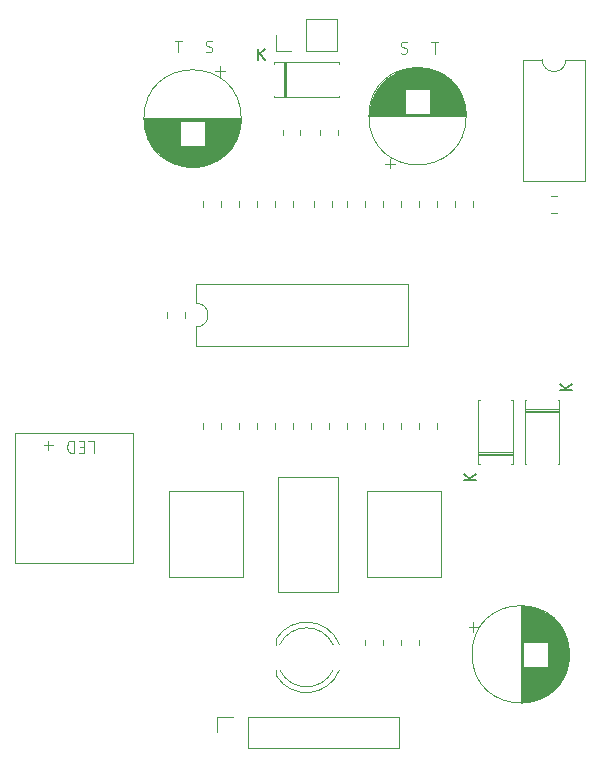
<source format=gbr>
%TF.GenerationSoftware,KiCad,Pcbnew,8.0.0*%
%TF.CreationDate,2025-03-01T13:37:18-05:00*%
%TF.ProjectId,compulator,636f6d70-756c-4617-946f-722e6b696361,rev?*%
%TF.SameCoordinates,Original*%
%TF.FileFunction,Legend,Top*%
%TF.FilePolarity,Positive*%
%FSLAX46Y46*%
G04 Gerber Fmt 4.6, Leading zero omitted, Abs format (unit mm)*
G04 Created by KiCad (PCBNEW 8.0.0) date 2025-03-01 13:37:18*
%MOMM*%
%LPD*%
G01*
G04 APERTURE LIST*
%ADD10C,0.100000*%
%ADD11C,0.150000*%
%ADD12C,0.120000*%
G04 APERTURE END LIST*
D10*
X181559925Y-94695580D02*
X182036115Y-94695580D01*
X182036115Y-94695580D02*
X182036115Y-95695580D01*
X181226591Y-95219390D02*
X180893258Y-95219390D01*
X180750401Y-94695580D02*
X181226591Y-94695580D01*
X181226591Y-94695580D02*
X181226591Y-95695580D01*
X181226591Y-95695580D02*
X180750401Y-95695580D01*
X180321829Y-94695580D02*
X180321829Y-95695580D01*
X180321829Y-95695580D02*
X180083734Y-95695580D01*
X180083734Y-95695580D02*
X179940877Y-95647961D01*
X179940877Y-95647961D02*
X179845639Y-95552723D01*
X179845639Y-95552723D02*
X179798020Y-95457485D01*
X179798020Y-95457485D02*
X179750401Y-95267009D01*
X179750401Y-95267009D02*
X179750401Y-95124152D01*
X179750401Y-95124152D02*
X179798020Y-94933676D01*
X179798020Y-94933676D02*
X179845639Y-94838438D01*
X179845639Y-94838438D02*
X179940877Y-94743200D01*
X179940877Y-94743200D02*
X180083734Y-94695580D01*
X180083734Y-94695580D02*
X180321829Y-94695580D01*
X178559924Y-95076533D02*
X177798020Y-95076533D01*
X178178972Y-94695580D02*
X178178972Y-95457485D01*
X188891027Y-60812419D02*
X189462455Y-60812419D01*
X189176741Y-61812419D02*
X189176741Y-60812419D01*
X191486265Y-61764800D02*
X191629122Y-61812419D01*
X191629122Y-61812419D02*
X191867217Y-61812419D01*
X191867217Y-61812419D02*
X191962455Y-61764800D01*
X191962455Y-61764800D02*
X192010074Y-61717180D01*
X192010074Y-61717180D02*
X192057693Y-61621942D01*
X192057693Y-61621942D02*
X192057693Y-61526704D01*
X192057693Y-61526704D02*
X192010074Y-61431466D01*
X192010074Y-61431466D02*
X191962455Y-61383847D01*
X191962455Y-61383847D02*
X191867217Y-61336228D01*
X191867217Y-61336228D02*
X191676741Y-61288609D01*
X191676741Y-61288609D02*
X191581503Y-61240990D01*
X191581503Y-61240990D02*
X191533884Y-61193371D01*
X191533884Y-61193371D02*
X191486265Y-61098133D01*
X191486265Y-61098133D02*
X191486265Y-61002895D01*
X191486265Y-61002895D02*
X191533884Y-60907657D01*
X191533884Y-60907657D02*
X191581503Y-60860038D01*
X191581503Y-60860038D02*
X191676741Y-60812419D01*
X191676741Y-60812419D02*
X191914836Y-60812419D01*
X191914836Y-60812419D02*
X192057693Y-60860038D01*
X210599122Y-60911418D02*
X211170550Y-60911418D01*
X210884836Y-61911418D02*
X210884836Y-60911418D01*
X208003884Y-61863799D02*
X208146741Y-61911418D01*
X208146741Y-61911418D02*
X208384836Y-61911418D01*
X208384836Y-61911418D02*
X208480074Y-61863799D01*
X208480074Y-61863799D02*
X208527693Y-61816179D01*
X208527693Y-61816179D02*
X208575312Y-61720941D01*
X208575312Y-61720941D02*
X208575312Y-61625703D01*
X208575312Y-61625703D02*
X208527693Y-61530465D01*
X208527693Y-61530465D02*
X208480074Y-61482846D01*
X208480074Y-61482846D02*
X208384836Y-61435227D01*
X208384836Y-61435227D02*
X208194360Y-61387608D01*
X208194360Y-61387608D02*
X208099122Y-61339989D01*
X208099122Y-61339989D02*
X208051503Y-61292370D01*
X208051503Y-61292370D02*
X208003884Y-61197132D01*
X208003884Y-61197132D02*
X208003884Y-61101894D01*
X208003884Y-61101894D02*
X208051503Y-61006656D01*
X208051503Y-61006656D02*
X208099122Y-60959037D01*
X208099122Y-60959037D02*
X208194360Y-60911418D01*
X208194360Y-60911418D02*
X208432455Y-60911418D01*
X208432455Y-60911418D02*
X208575312Y-60959037D01*
D11*
X214378819Y-98051904D02*
X213378819Y-98051904D01*
X214378819Y-97480476D02*
X213807390Y-97909047D01*
X213378819Y-97480476D02*
X213950247Y-98051904D01*
X222518819Y-90431904D02*
X221518819Y-90431904D01*
X222518819Y-89860476D02*
X221947390Y-90289047D01*
X221518819Y-89860476D02*
X222090247Y-90431904D01*
X195953095Y-62489819D02*
X195953095Y-61489819D01*
X196524523Y-62489819D02*
X196095952Y-61918390D01*
X196524523Y-61489819D02*
X195953095Y-62061247D01*
D12*
%TO.C,C6*%
X205160000Y-98976000D02*
X211400000Y-98976000D01*
X211400000Y-106216000D02*
X211400000Y-98976000D01*
X205160000Y-106216000D02*
X205160000Y-98976000D01*
X205160000Y-106216000D02*
X211400000Y-106216000D01*
%TO.C,U4*%
X190694000Y-83054000D02*
G75*
G02*
X190694000Y-85054000I0J-1000000D01*
G01*
X208594000Y-81404000D02*
X190694000Y-81404000D01*
X190694000Y-81404000D02*
X190694000Y-83054000D01*
X190694000Y-85054000D02*
X190694000Y-86704000D01*
X208594000Y-86704000D02*
X208594000Y-81404000D01*
X190694000Y-86704000D02*
X208594000Y-86704000D01*
%TO.C,U1*%
X221990000Y-62434000D02*
G75*
G02*
X219990000Y-62434000I-1000000J0D01*
G01*
X223640000Y-72714000D02*
X223640000Y-62434000D01*
X223640000Y-62434000D02*
X221990000Y-62434000D01*
X219990000Y-62434000D02*
X218340000Y-62434000D01*
X218340000Y-72714000D02*
X223640000Y-72714000D01*
X218340000Y-62434000D02*
X218340000Y-72714000D01*
%TO.C,R19*%
X195807000Y-74883064D02*
X195807000Y-74428936D01*
X194337000Y-74883064D02*
X194337000Y-74428936D01*
%TO.C,R18*%
X192759000Y-74883064D02*
X192759000Y-74428936D01*
X191289000Y-74883064D02*
X191289000Y-74428936D01*
%TO.C,R17*%
X203481000Y-74428936D02*
X203481000Y-74883064D01*
X204951000Y-74428936D02*
X204951000Y-74883064D01*
%TO.C,R16*%
X214095000Y-74883064D02*
X214095000Y-74428936D01*
X212625000Y-74883064D02*
X212625000Y-74428936D01*
%TO.C,R15*%
X209577000Y-74428936D02*
X209577000Y-74883064D01*
X211047000Y-74428936D02*
X211047000Y-74883064D01*
%TO.C,R14*%
X207999000Y-74883064D02*
X207999000Y-74428936D01*
X206529000Y-74883064D02*
X206529000Y-74428936D01*
%TO.C,R13*%
X198855000Y-74883064D02*
X198855000Y-74428936D01*
X197385000Y-74883064D02*
X197385000Y-74428936D01*
%TO.C,R12*%
X202157000Y-74883064D02*
X202157000Y-74428936D01*
X200687000Y-74883064D02*
X200687000Y-74428936D01*
%TO.C,R11*%
X206529000Y-93224936D02*
X206529000Y-93679064D01*
X207999000Y-93224936D02*
X207999000Y-93679064D01*
%TO.C,R10*%
X211047000Y-93679064D02*
X211047000Y-93224936D01*
X209577000Y-93679064D02*
X209577000Y-93224936D01*
%TO.C,R9*%
X203481000Y-93224936D02*
X203481000Y-93679064D01*
X204951000Y-93224936D02*
X204951000Y-93679064D01*
%TO.C,R8*%
X201903000Y-93679064D02*
X201903000Y-93224936D01*
X200433000Y-93679064D02*
X200433000Y-93224936D01*
%TO.C,R7*%
X198855000Y-93679064D02*
X198855000Y-93224936D01*
X197385000Y-93679064D02*
X197385000Y-93224936D01*
%TO.C,R6*%
X191289000Y-93224936D02*
X191289000Y-93679064D01*
X192759000Y-93224936D02*
X192759000Y-93679064D01*
%TO.C,R5*%
X194337000Y-93224936D02*
X194337000Y-93679064D01*
X195807000Y-93224936D02*
X195807000Y-93679064D01*
%TO.C,R4*%
X206475000Y-111987064D02*
X206475000Y-111532936D01*
X205005000Y-111987064D02*
X205005000Y-111532936D01*
%TO.C,R3*%
X202665000Y-68807064D02*
X202665000Y-68352936D01*
X201195000Y-68807064D02*
X201195000Y-68352936D01*
%TO.C,R2*%
X198020000Y-68352936D02*
X198020000Y-68807064D01*
X199490000Y-68352936D02*
X199490000Y-68807064D01*
%TO.C,R1*%
X208053000Y-111532936D02*
X208053000Y-111987064D01*
X209523000Y-111532936D02*
X209523000Y-111987064D01*
%TO.C,P1*%
X202682000Y-107501000D02*
X197612000Y-107501000D01*
X197612000Y-97731000D02*
X197612000Y-107501000D01*
X202682000Y-97731000D02*
X202682000Y-107501000D01*
X202682000Y-97731000D02*
X197612000Y-97731000D01*
%TO.C,LDR1*%
D10*
X185340000Y-105068000D02*
X175340000Y-105068000D01*
X175340000Y-94068000D01*
X185340000Y-94068000D01*
X185340000Y-105068000D01*
D12*
%TO.C,J4*%
X195072000Y-118050000D02*
X207832000Y-118050000D01*
X192472000Y-118050000D02*
X193802000Y-118050000D01*
X192472000Y-119380000D02*
X192472000Y-118050000D01*
X207832000Y-120710000D02*
X207832000Y-118050000D01*
X195072000Y-120710000D02*
X195072000Y-118050000D01*
X195072000Y-120710000D02*
X207832000Y-120710000D01*
%TO.C,J1*%
X200020000Y-59000000D02*
X202620000Y-59000000D01*
X202620000Y-61660000D02*
X202620000Y-59000000D01*
X200020000Y-61660000D02*
X200020000Y-59000000D01*
X200020000Y-61660000D02*
X202620000Y-61660000D01*
X198750000Y-61660000D02*
X197420000Y-61660000D01*
X197420000Y-61660000D02*
X197420000Y-60330000D01*
%TO.C,D4*%
X217494000Y-91260000D02*
X217364000Y-91260000D01*
X214554000Y-91260000D02*
X214684000Y-91260000D01*
X214554000Y-95680000D02*
X217494000Y-95680000D01*
X214554000Y-95800000D02*
X217494000Y-95800000D01*
X214554000Y-95920000D02*
X217494000Y-95920000D01*
X217494000Y-96700000D02*
X217494000Y-91260000D01*
X217364000Y-96700000D02*
X217494000Y-96700000D01*
X214684000Y-96700000D02*
X214554000Y-96700000D01*
X214554000Y-96700000D02*
X214554000Y-91260000D01*
%TO.C,D3*%
X218494000Y-96700000D02*
X218624000Y-96700000D01*
X221434000Y-96700000D02*
X221304000Y-96700000D01*
X221434000Y-92280000D02*
X218494000Y-92280000D01*
X221434000Y-92160000D02*
X218494000Y-92160000D01*
X221434000Y-92040000D02*
X218494000Y-92040000D01*
X218494000Y-91260000D02*
X218494000Y-96700000D01*
X218624000Y-91260000D02*
X218494000Y-91260000D01*
X221304000Y-91260000D02*
X221434000Y-91260000D01*
X221434000Y-91260000D02*
X221434000Y-96700000D01*
%TO.C,D2*%
X202812814Y-114110827D02*
G75*
G02*
X197465001Y-114574830I-2787814J1080827D01*
G01*
X202279479Y-114110429D02*
G75*
G02*
X197770316Y-114110000I-2254479J1080429D01*
G01*
X197770317Y-111950000D02*
G75*
G02*
X202279478Y-111949572I2254683J-1080000D01*
G01*
X197465001Y-111485170D02*
G75*
G02*
X202812814Y-111949173I2559999J-1544830D01*
G01*
X197465000Y-114110000D02*
X197465000Y-114575000D01*
X197465000Y-111485000D02*
X197465000Y-111950000D01*
%TO.C,D1*%
X202745000Y-65605000D02*
X202745000Y-65475000D01*
X202745000Y-62665000D02*
X202745000Y-62795000D01*
X198325000Y-62665000D02*
X198325000Y-65605000D01*
X198205000Y-62665000D02*
X198205000Y-65605000D01*
X198085000Y-62665000D02*
X198085000Y-65605000D01*
X197305000Y-65605000D02*
X202745000Y-65605000D01*
X197305000Y-65475000D02*
X197305000Y-65605000D01*
X197305000Y-62795000D02*
X197305000Y-62665000D01*
X197305000Y-62665000D02*
X202745000Y-62665000D01*
%TO.C,C8*%
X220718748Y-75411000D02*
X221241252Y-75411000D01*
X220718748Y-73941000D02*
X221241252Y-73941000D01*
%TO.C,C7*%
X188241000Y-83792748D02*
X188241000Y-84315252D01*
X189711000Y-83792748D02*
X189711000Y-84315252D01*
%TO.C,C5*%
X188396000Y-98976000D02*
X194636000Y-98976000D01*
X194636000Y-106216000D02*
X194636000Y-98976000D01*
X188396000Y-106216000D02*
X188396000Y-98976000D01*
X188396000Y-106216000D02*
X194636000Y-106216000D01*
%TO.C,C4*%
X213552700Y-67212700D02*
G75*
G02*
X205312700Y-67212700I-4120000J0D01*
G01*
X205312700Y-67212700D02*
G75*
G02*
X213552700Y-67212700I4120000J0D01*
G01*
X208899700Y-63131700D02*
X209965700Y-63131700D01*
X208664700Y-63171700D02*
X210200700Y-63171700D01*
X208484700Y-63211700D02*
X210380700Y-63211700D01*
X208334700Y-63251700D02*
X210530700Y-63251700D01*
X208203700Y-63291700D02*
X210661700Y-63291700D01*
X208086700Y-63331700D02*
X210778700Y-63331700D01*
X207979700Y-63371700D02*
X210885700Y-63371700D01*
X207880700Y-63411700D02*
X210984700Y-63411700D01*
X207787700Y-63451700D02*
X211077700Y-63451700D01*
X207701700Y-63491700D02*
X211163700Y-63491700D01*
X207619700Y-63531700D02*
X211245700Y-63531700D01*
X207542700Y-63571700D02*
X211322700Y-63571700D01*
X207468700Y-63611700D02*
X211396700Y-63611700D01*
X207398700Y-63651700D02*
X211466700Y-63651700D01*
X207330700Y-63691700D02*
X211534700Y-63691700D01*
X207266700Y-63731700D02*
X211598700Y-63731700D01*
X207204700Y-63771700D02*
X211660700Y-63771700D01*
X207145700Y-63811700D02*
X211719700Y-63811700D01*
X207087700Y-63851700D02*
X211777700Y-63851700D01*
X207032700Y-63891700D02*
X211832700Y-63891700D01*
X206978700Y-63931700D02*
X211886700Y-63931700D01*
X206927700Y-63971700D02*
X211937700Y-63971700D01*
X206876700Y-64011700D02*
X211988700Y-64011700D01*
X206828700Y-64051700D02*
X212036700Y-64051700D01*
X206781700Y-64091700D02*
X212083700Y-64091700D01*
X206735700Y-64131700D02*
X212129700Y-64131700D01*
X206691700Y-64171700D02*
X212173700Y-64171700D01*
X206648700Y-64211700D02*
X212216700Y-64211700D01*
X206606700Y-64251700D02*
X212258700Y-64251700D01*
X206565700Y-64291700D02*
X212299700Y-64291700D01*
X206525700Y-64331700D02*
X212339700Y-64331700D01*
X206487700Y-64371700D02*
X212377700Y-64371700D01*
X206449700Y-64411700D02*
X212415700Y-64411700D01*
X206413700Y-64451700D02*
X212451700Y-64451700D01*
X206377700Y-64491700D02*
X212487700Y-64491700D01*
X206342700Y-64531700D02*
X212522700Y-64531700D01*
X206308700Y-64571700D02*
X212556700Y-64571700D01*
X206276700Y-64611700D02*
X212588700Y-64611700D01*
X206243700Y-64651700D02*
X212621700Y-64651700D01*
X206212700Y-64691700D02*
X212652700Y-64691700D01*
X206182700Y-64731700D02*
X212682700Y-64731700D01*
X206152700Y-64771700D02*
X212712700Y-64771700D01*
X206123700Y-64811700D02*
X212741700Y-64811700D01*
X206094700Y-64851700D02*
X212770700Y-64851700D01*
X206067700Y-64891700D02*
X212797700Y-64891700D01*
X210472700Y-64931700D02*
X212824700Y-64931700D01*
X206040700Y-64931700D02*
X208392700Y-64931700D01*
X210472700Y-64971700D02*
X212850700Y-64971700D01*
X206014700Y-64971700D02*
X208392700Y-64971700D01*
X210472700Y-65011700D02*
X212876700Y-65011700D01*
X205988700Y-65011700D02*
X208392700Y-65011700D01*
X210472700Y-65051700D02*
X212901700Y-65051700D01*
X205963700Y-65051700D02*
X208392700Y-65051700D01*
X210472700Y-65091700D02*
X212925700Y-65091700D01*
X205939700Y-65091700D02*
X208392700Y-65091700D01*
X210472700Y-65131700D02*
X212949700Y-65131700D01*
X205915700Y-65131700D02*
X208392700Y-65131700D01*
X210472700Y-65171700D02*
X212972700Y-65171700D01*
X205892700Y-65171700D02*
X208392700Y-65171700D01*
X210472700Y-65211700D02*
X212994700Y-65211700D01*
X205870700Y-65211700D02*
X208392700Y-65211700D01*
X210472700Y-65251700D02*
X213016700Y-65251700D01*
X205848700Y-65251700D02*
X208392700Y-65251700D01*
X210472700Y-65291700D02*
X213038700Y-65291700D01*
X205826700Y-65291700D02*
X208392700Y-65291700D01*
X210472700Y-65331700D02*
X213059700Y-65331700D01*
X205805700Y-65331700D02*
X208392700Y-65331700D01*
X210472700Y-65371700D02*
X213079700Y-65371700D01*
X205785700Y-65371700D02*
X208392700Y-65371700D01*
X210472700Y-65411700D02*
X213098700Y-65411700D01*
X205766700Y-65411700D02*
X208392700Y-65411700D01*
X210472700Y-65451700D02*
X213118700Y-65451700D01*
X205746700Y-65451700D02*
X208392700Y-65451700D01*
X210472700Y-65491700D02*
X213136700Y-65491700D01*
X205728700Y-65491700D02*
X208392700Y-65491700D01*
X210472700Y-65531700D02*
X213154700Y-65531700D01*
X205710700Y-65531700D02*
X208392700Y-65531700D01*
X210472700Y-65571700D02*
X213172700Y-65571700D01*
X205692700Y-65571700D02*
X208392700Y-65571700D01*
X210472700Y-65611700D02*
X213189700Y-65611700D01*
X205675700Y-65611700D02*
X208392700Y-65611700D01*
X210472700Y-65651700D02*
X213206700Y-65651700D01*
X205658700Y-65651700D02*
X208392700Y-65651700D01*
X210472700Y-65691700D02*
X213222700Y-65691700D01*
X205642700Y-65691700D02*
X208392700Y-65691700D01*
X210472700Y-65731700D02*
X213237700Y-65731700D01*
X205627700Y-65731700D02*
X208392700Y-65731700D01*
X210472700Y-65771700D02*
X213253700Y-65771700D01*
X205611700Y-65771700D02*
X208392700Y-65771700D01*
X210472700Y-65811700D02*
X213267700Y-65811700D01*
X205597700Y-65811700D02*
X208392700Y-65811700D01*
X210472700Y-65851700D02*
X213282700Y-65851700D01*
X205582700Y-65851700D02*
X208392700Y-65851700D01*
X210472700Y-65891700D02*
X213295700Y-65891700D01*
X205569700Y-65891700D02*
X208392700Y-65891700D01*
X210472700Y-65931700D02*
X213309700Y-65931700D01*
X205555700Y-65931700D02*
X208392700Y-65931700D01*
X210472700Y-65971700D02*
X213321700Y-65971700D01*
X205543700Y-65971700D02*
X208392700Y-65971700D01*
X210472700Y-66011700D02*
X213334700Y-66011700D01*
X205530700Y-66011700D02*
X208392700Y-66011700D01*
X210472700Y-66051700D02*
X213346700Y-66051700D01*
X205518700Y-66051700D02*
X208392700Y-66051700D01*
X210472700Y-66091700D02*
X213357700Y-66091700D01*
X205507700Y-66091700D02*
X208392700Y-66091700D01*
X210472700Y-66131700D02*
X213368700Y-66131700D01*
X205496700Y-66131700D02*
X208392700Y-66131700D01*
X210472700Y-66171700D02*
X213379700Y-66171700D01*
X205485700Y-66171700D02*
X208392700Y-66171700D01*
X210472700Y-66211700D02*
X213389700Y-66211700D01*
X205475700Y-66211700D02*
X208392700Y-66211700D01*
X210472700Y-66251700D02*
X213399700Y-66251700D01*
X205465700Y-66251700D02*
X208392700Y-66251700D01*
X210472700Y-66291700D02*
X213408700Y-66291700D01*
X205456700Y-66291700D02*
X208392700Y-66291700D01*
X210472700Y-66331700D02*
X213417700Y-66331700D01*
X205447700Y-66331700D02*
X208392700Y-66331700D01*
X210472700Y-66371700D02*
X213426700Y-66371700D01*
X205438700Y-66371700D02*
X208392700Y-66371700D01*
X210472700Y-66411700D02*
X213434700Y-66411700D01*
X205430700Y-66411700D02*
X208392700Y-66411700D01*
X210472700Y-66451700D02*
X213442700Y-66451700D01*
X205422700Y-66451700D02*
X208392700Y-66451700D01*
X210472700Y-66491700D02*
X213449700Y-66491700D01*
X205415700Y-66491700D02*
X208392700Y-66491700D01*
X210472700Y-66532700D02*
X213456700Y-66532700D01*
X205408700Y-66532700D02*
X208392700Y-66532700D01*
X210472700Y-66572700D02*
X213462700Y-66572700D01*
X205402700Y-66572700D02*
X208392700Y-66572700D01*
X210472700Y-66612700D02*
X213469700Y-66612700D01*
X205395700Y-66612700D02*
X208392700Y-66612700D01*
X210472700Y-66652700D02*
X213474700Y-66652700D01*
X205390700Y-66652700D02*
X208392700Y-66652700D01*
X210472700Y-66692700D02*
X213480700Y-66692700D01*
X205384700Y-66692700D02*
X208392700Y-66692700D01*
X210472700Y-66732700D02*
X213484700Y-66732700D01*
X205380700Y-66732700D02*
X208392700Y-66732700D01*
X210472700Y-66772700D02*
X213489700Y-66772700D01*
X205375700Y-66772700D02*
X208392700Y-66772700D01*
X210472700Y-66812700D02*
X213493700Y-66812700D01*
X205371700Y-66812700D02*
X208392700Y-66812700D01*
X210472700Y-66852700D02*
X213497700Y-66852700D01*
X205367700Y-66852700D02*
X208392700Y-66852700D01*
X210472700Y-66892700D02*
X213500700Y-66892700D01*
X205364700Y-66892700D02*
X208392700Y-66892700D01*
X210472700Y-66932700D02*
X213503700Y-66932700D01*
X205361700Y-66932700D02*
X208392700Y-66932700D01*
X210472700Y-66972700D02*
X213506700Y-66972700D01*
X205358700Y-66972700D02*
X208392700Y-66972700D01*
X205356700Y-67012700D02*
X213508700Y-67012700D01*
X205355700Y-67052700D02*
X213509700Y-67052700D01*
X205353700Y-67092700D02*
X213511700Y-67092700D01*
X205352700Y-67132700D02*
X213512700Y-67132700D01*
X205352700Y-67172700D02*
X213512700Y-67172700D01*
X205352700Y-67212700D02*
X213512700Y-67212700D01*
X206717700Y-71222398D02*
X207517700Y-71222398D01*
X207117700Y-71622398D02*
X207117700Y-70822398D01*
%TO.C,C3*%
X194502700Y-67407300D02*
G75*
G02*
X186262700Y-67407300I-4120000J0D01*
G01*
X186262700Y-67407300D02*
G75*
G02*
X194502700Y-67407300I4120000J0D01*
G01*
X190915700Y-71488300D02*
X189849700Y-71488300D01*
X191150700Y-71448300D02*
X189614700Y-71448300D01*
X191330700Y-71408300D02*
X189434700Y-71408300D01*
X191480700Y-71368300D02*
X189284700Y-71368300D01*
X191611700Y-71328300D02*
X189153700Y-71328300D01*
X191728700Y-71288300D02*
X189036700Y-71288300D01*
X191835700Y-71248300D02*
X188929700Y-71248300D01*
X191934700Y-71208300D02*
X188830700Y-71208300D01*
X192027700Y-71168300D02*
X188737700Y-71168300D01*
X192113700Y-71128300D02*
X188651700Y-71128300D01*
X192195700Y-71088300D02*
X188569700Y-71088300D01*
X192272700Y-71048300D02*
X188492700Y-71048300D01*
X192346700Y-71008300D02*
X188418700Y-71008300D01*
X192416700Y-70968300D02*
X188348700Y-70968300D01*
X192484700Y-70928300D02*
X188280700Y-70928300D01*
X192548700Y-70888300D02*
X188216700Y-70888300D01*
X192610700Y-70848300D02*
X188154700Y-70848300D01*
X192669700Y-70808300D02*
X188095700Y-70808300D01*
X192727700Y-70768300D02*
X188037700Y-70768300D01*
X192782700Y-70728300D02*
X187982700Y-70728300D01*
X192836700Y-70688300D02*
X187928700Y-70688300D01*
X192887700Y-70648300D02*
X187877700Y-70648300D01*
X192938700Y-70608300D02*
X187826700Y-70608300D01*
X192986700Y-70568300D02*
X187778700Y-70568300D01*
X193033700Y-70528300D02*
X187731700Y-70528300D01*
X193079700Y-70488300D02*
X187685700Y-70488300D01*
X193123700Y-70448300D02*
X187641700Y-70448300D01*
X193166700Y-70408300D02*
X187598700Y-70408300D01*
X193208700Y-70368300D02*
X187556700Y-70368300D01*
X193249700Y-70328300D02*
X187515700Y-70328300D01*
X193289700Y-70288300D02*
X187475700Y-70288300D01*
X193327700Y-70248300D02*
X187437700Y-70248300D01*
X193365700Y-70208300D02*
X187399700Y-70208300D01*
X193401700Y-70168300D02*
X187363700Y-70168300D01*
X193437700Y-70128300D02*
X187327700Y-70128300D01*
X193472700Y-70088300D02*
X187292700Y-70088300D01*
X193506700Y-70048300D02*
X187258700Y-70048300D01*
X193538700Y-70008300D02*
X187226700Y-70008300D01*
X193571700Y-69968300D02*
X187193700Y-69968300D01*
X193602700Y-69928300D02*
X187162700Y-69928300D01*
X193632700Y-69888300D02*
X187132700Y-69888300D01*
X193662700Y-69848300D02*
X187102700Y-69848300D01*
X193691700Y-69808300D02*
X187073700Y-69808300D01*
X193720700Y-69768300D02*
X187044700Y-69768300D01*
X193747700Y-69728300D02*
X187017700Y-69728300D01*
X189342700Y-69688300D02*
X186990700Y-69688300D01*
X193774700Y-69688300D02*
X191422700Y-69688300D01*
X189342700Y-69648300D02*
X186964700Y-69648300D01*
X193800700Y-69648300D02*
X191422700Y-69648300D01*
X189342700Y-69608300D02*
X186938700Y-69608300D01*
X193826700Y-69608300D02*
X191422700Y-69608300D01*
X189342700Y-69568300D02*
X186913700Y-69568300D01*
X193851700Y-69568300D02*
X191422700Y-69568300D01*
X189342700Y-69528300D02*
X186889700Y-69528300D01*
X193875700Y-69528300D02*
X191422700Y-69528300D01*
X189342700Y-69488300D02*
X186865700Y-69488300D01*
X193899700Y-69488300D02*
X191422700Y-69488300D01*
X189342700Y-69448300D02*
X186842700Y-69448300D01*
X193922700Y-69448300D02*
X191422700Y-69448300D01*
X189342700Y-69408300D02*
X186820700Y-69408300D01*
X193944700Y-69408300D02*
X191422700Y-69408300D01*
X189342700Y-69368300D02*
X186798700Y-69368300D01*
X193966700Y-69368300D02*
X191422700Y-69368300D01*
X189342700Y-69328300D02*
X186776700Y-69328300D01*
X193988700Y-69328300D02*
X191422700Y-69328300D01*
X189342700Y-69288300D02*
X186755700Y-69288300D01*
X194009700Y-69288300D02*
X191422700Y-69288300D01*
X189342700Y-69248300D02*
X186735700Y-69248300D01*
X194029700Y-69248300D02*
X191422700Y-69248300D01*
X189342700Y-69208300D02*
X186716700Y-69208300D01*
X194048700Y-69208300D02*
X191422700Y-69208300D01*
X189342700Y-69168300D02*
X186696700Y-69168300D01*
X194068700Y-69168300D02*
X191422700Y-69168300D01*
X189342700Y-69128300D02*
X186678700Y-69128300D01*
X194086700Y-69128300D02*
X191422700Y-69128300D01*
X189342700Y-69088300D02*
X186660700Y-69088300D01*
X194104700Y-69088300D02*
X191422700Y-69088300D01*
X189342700Y-69048300D02*
X186642700Y-69048300D01*
X194122700Y-69048300D02*
X191422700Y-69048300D01*
X189342700Y-69008300D02*
X186625700Y-69008300D01*
X194139700Y-69008300D02*
X191422700Y-69008300D01*
X189342700Y-68968300D02*
X186608700Y-68968300D01*
X194156700Y-68968300D02*
X191422700Y-68968300D01*
X189342700Y-68928300D02*
X186592700Y-68928300D01*
X194172700Y-68928300D02*
X191422700Y-68928300D01*
X189342700Y-68888300D02*
X186577700Y-68888300D01*
X194187700Y-68888300D02*
X191422700Y-68888300D01*
X189342700Y-68848300D02*
X186561700Y-68848300D01*
X194203700Y-68848300D02*
X191422700Y-68848300D01*
X189342700Y-68808300D02*
X186547700Y-68808300D01*
X194217700Y-68808300D02*
X191422700Y-68808300D01*
X189342700Y-68768300D02*
X186532700Y-68768300D01*
X194232700Y-68768300D02*
X191422700Y-68768300D01*
X189342700Y-68728300D02*
X186519700Y-68728300D01*
X194245700Y-68728300D02*
X191422700Y-68728300D01*
X189342700Y-68688300D02*
X186505700Y-68688300D01*
X194259700Y-68688300D02*
X191422700Y-68688300D01*
X189342700Y-68648300D02*
X186493700Y-68648300D01*
X194271700Y-68648300D02*
X191422700Y-68648300D01*
X189342700Y-68608300D02*
X186480700Y-68608300D01*
X194284700Y-68608300D02*
X191422700Y-68608300D01*
X189342700Y-68568300D02*
X186468700Y-68568300D01*
X194296700Y-68568300D02*
X191422700Y-68568300D01*
X189342700Y-68528300D02*
X186457700Y-68528300D01*
X194307700Y-68528300D02*
X191422700Y-68528300D01*
X189342700Y-68488300D02*
X186446700Y-68488300D01*
X194318700Y-68488300D02*
X191422700Y-68488300D01*
X189342700Y-68448300D02*
X186435700Y-68448300D01*
X194329700Y-68448300D02*
X191422700Y-68448300D01*
X189342700Y-68408300D02*
X186425700Y-68408300D01*
X194339700Y-68408300D02*
X191422700Y-68408300D01*
X189342700Y-68368300D02*
X186415700Y-68368300D01*
X194349700Y-68368300D02*
X191422700Y-68368300D01*
X189342700Y-68328300D02*
X186406700Y-68328300D01*
X194358700Y-68328300D02*
X191422700Y-68328300D01*
X189342700Y-68288300D02*
X186397700Y-68288300D01*
X194367700Y-68288300D02*
X191422700Y-68288300D01*
X189342700Y-68248300D02*
X186388700Y-68248300D01*
X194376700Y-68248300D02*
X191422700Y-68248300D01*
X189342700Y-68208300D02*
X186380700Y-68208300D01*
X194384700Y-68208300D02*
X191422700Y-68208300D01*
X189342700Y-68168300D02*
X186372700Y-68168300D01*
X194392700Y-68168300D02*
X191422700Y-68168300D01*
X189342700Y-68128300D02*
X186365700Y-68128300D01*
X194399700Y-68128300D02*
X191422700Y-68128300D01*
X189342700Y-68087300D02*
X186358700Y-68087300D01*
X194406700Y-68087300D02*
X191422700Y-68087300D01*
X189342700Y-68047300D02*
X186352700Y-68047300D01*
X194412700Y-68047300D02*
X191422700Y-68047300D01*
X189342700Y-68007300D02*
X186345700Y-68007300D01*
X194419700Y-68007300D02*
X191422700Y-68007300D01*
X189342700Y-67967300D02*
X186340700Y-67967300D01*
X194424700Y-67967300D02*
X191422700Y-67967300D01*
X189342700Y-67927300D02*
X186334700Y-67927300D01*
X194430700Y-67927300D02*
X191422700Y-67927300D01*
X189342700Y-67887300D02*
X186330700Y-67887300D01*
X194434700Y-67887300D02*
X191422700Y-67887300D01*
X189342700Y-67847300D02*
X186325700Y-67847300D01*
X194439700Y-67847300D02*
X191422700Y-67847300D01*
X189342700Y-67807300D02*
X186321700Y-67807300D01*
X194443700Y-67807300D02*
X191422700Y-67807300D01*
X189342700Y-67767300D02*
X186317700Y-67767300D01*
X194447700Y-67767300D02*
X191422700Y-67767300D01*
X189342700Y-67727300D02*
X186314700Y-67727300D01*
X194450700Y-67727300D02*
X191422700Y-67727300D01*
X189342700Y-67687300D02*
X186311700Y-67687300D01*
X194453700Y-67687300D02*
X191422700Y-67687300D01*
X189342700Y-67647300D02*
X186308700Y-67647300D01*
X194456700Y-67647300D02*
X191422700Y-67647300D01*
X194458700Y-67607300D02*
X186306700Y-67607300D01*
X194459700Y-67567300D02*
X186305700Y-67567300D01*
X194461700Y-67527300D02*
X186303700Y-67527300D01*
X194462700Y-67487300D02*
X186302700Y-67487300D01*
X194462700Y-67447300D02*
X186302700Y-67447300D01*
X194462700Y-67407300D02*
X186302700Y-67407300D01*
X193097700Y-63397602D02*
X192297700Y-63397602D01*
X192697700Y-62997602D02*
X192697700Y-63797602D01*
%TO.C,C1*%
X222286000Y-112776000D02*
G75*
G02*
X214046000Y-112776000I-4120000J0D01*
G01*
X214046000Y-112776000D02*
G75*
G02*
X222286000Y-112776000I4120000J0D01*
G01*
X222247000Y-112243000D02*
X222247000Y-113309000D01*
X222207000Y-112008000D02*
X222207000Y-113544000D01*
X222167000Y-111828000D02*
X222167000Y-113724000D01*
X222127000Y-111678000D02*
X222127000Y-113874000D01*
X222087000Y-111547000D02*
X222087000Y-114005000D01*
X222047000Y-111430000D02*
X222047000Y-114122000D01*
X222007000Y-111323000D02*
X222007000Y-114229000D01*
X221967000Y-111224000D02*
X221967000Y-114328000D01*
X221927000Y-111131000D02*
X221927000Y-114421000D01*
X221887000Y-111045000D02*
X221887000Y-114507000D01*
X221847000Y-110963000D02*
X221847000Y-114589000D01*
X221807000Y-110886000D02*
X221807000Y-114666000D01*
X221767000Y-110812000D02*
X221767000Y-114740000D01*
X221727000Y-110742000D02*
X221727000Y-114810000D01*
X221687000Y-110674000D02*
X221687000Y-114878000D01*
X221647000Y-110610000D02*
X221647000Y-114942000D01*
X221607000Y-110548000D02*
X221607000Y-115004000D01*
X221567000Y-110489000D02*
X221567000Y-115063000D01*
X221527000Y-110431000D02*
X221527000Y-115121000D01*
X221487000Y-110376000D02*
X221487000Y-115176000D01*
X221447000Y-110322000D02*
X221447000Y-115230000D01*
X221407000Y-110271000D02*
X221407000Y-115281000D01*
X221367000Y-110220000D02*
X221367000Y-115332000D01*
X221327000Y-110172000D02*
X221327000Y-115380000D01*
X221287000Y-110125000D02*
X221287000Y-115427000D01*
X221247000Y-110079000D02*
X221247000Y-115473000D01*
X221207000Y-110035000D02*
X221207000Y-115517000D01*
X221167000Y-109992000D02*
X221167000Y-115560000D01*
X221127000Y-109950000D02*
X221127000Y-115602000D01*
X221087000Y-109909000D02*
X221087000Y-115643000D01*
X221047000Y-109869000D02*
X221047000Y-115683000D01*
X221007000Y-109831000D02*
X221007000Y-115721000D01*
X220967000Y-109793000D02*
X220967000Y-115759000D01*
X220927000Y-109757000D02*
X220927000Y-115795000D01*
X220887000Y-109721000D02*
X220887000Y-115831000D01*
X220847000Y-109686000D02*
X220847000Y-115866000D01*
X220807000Y-109652000D02*
X220807000Y-115900000D01*
X220767000Y-109620000D02*
X220767000Y-115932000D01*
X220727000Y-109587000D02*
X220727000Y-115965000D01*
X220687000Y-109556000D02*
X220687000Y-115996000D01*
X220647000Y-109526000D02*
X220647000Y-116026000D01*
X220607000Y-109496000D02*
X220607000Y-116056000D01*
X220567000Y-109467000D02*
X220567000Y-116085000D01*
X220527000Y-109438000D02*
X220527000Y-116114000D01*
X220487000Y-109411000D02*
X220487000Y-116141000D01*
X220447000Y-113816000D02*
X220447000Y-116168000D01*
X220447000Y-109384000D02*
X220447000Y-111736000D01*
X220407000Y-113816000D02*
X220407000Y-116194000D01*
X220407000Y-109358000D02*
X220407000Y-111736000D01*
X220367000Y-113816000D02*
X220367000Y-116220000D01*
X220367000Y-109332000D02*
X220367000Y-111736000D01*
X220327000Y-113816000D02*
X220327000Y-116245000D01*
X220327000Y-109307000D02*
X220327000Y-111736000D01*
X220287000Y-113816000D02*
X220287000Y-116269000D01*
X220287000Y-109283000D02*
X220287000Y-111736000D01*
X220247000Y-113816000D02*
X220247000Y-116293000D01*
X220247000Y-109259000D02*
X220247000Y-111736000D01*
X220207000Y-113816000D02*
X220207000Y-116316000D01*
X220207000Y-109236000D02*
X220207000Y-111736000D01*
X220167000Y-113816000D02*
X220167000Y-116338000D01*
X220167000Y-109214000D02*
X220167000Y-111736000D01*
X220127000Y-113816000D02*
X220127000Y-116360000D01*
X220127000Y-109192000D02*
X220127000Y-111736000D01*
X220087000Y-113816000D02*
X220087000Y-116382000D01*
X220087000Y-109170000D02*
X220087000Y-111736000D01*
X220047000Y-113816000D02*
X220047000Y-116403000D01*
X220047000Y-109149000D02*
X220047000Y-111736000D01*
X220007000Y-113816000D02*
X220007000Y-116423000D01*
X220007000Y-109129000D02*
X220007000Y-111736000D01*
X219967000Y-113816000D02*
X219967000Y-116442000D01*
X219967000Y-109110000D02*
X219967000Y-111736000D01*
X219927000Y-113816000D02*
X219927000Y-116462000D01*
X219927000Y-109090000D02*
X219927000Y-111736000D01*
X219887000Y-113816000D02*
X219887000Y-116480000D01*
X219887000Y-109072000D02*
X219887000Y-111736000D01*
X219847000Y-113816000D02*
X219847000Y-116498000D01*
X219847000Y-109054000D02*
X219847000Y-111736000D01*
X219807000Y-113816000D02*
X219807000Y-116516000D01*
X219807000Y-109036000D02*
X219807000Y-111736000D01*
X219767000Y-113816000D02*
X219767000Y-116533000D01*
X219767000Y-109019000D02*
X219767000Y-111736000D01*
X219727000Y-113816000D02*
X219727000Y-116550000D01*
X219727000Y-109002000D02*
X219727000Y-111736000D01*
X219687000Y-113816000D02*
X219687000Y-116566000D01*
X219687000Y-108986000D02*
X219687000Y-111736000D01*
X219647000Y-113816000D02*
X219647000Y-116581000D01*
X219647000Y-108971000D02*
X219647000Y-111736000D01*
X219607000Y-113816000D02*
X219607000Y-116597000D01*
X219607000Y-108955000D02*
X219607000Y-111736000D01*
X219567000Y-113816000D02*
X219567000Y-116611000D01*
X219567000Y-108941000D02*
X219567000Y-111736000D01*
X219527000Y-113816000D02*
X219527000Y-116626000D01*
X219527000Y-108926000D02*
X219527000Y-111736000D01*
X219487000Y-113816000D02*
X219487000Y-116639000D01*
X219487000Y-108913000D02*
X219487000Y-111736000D01*
X219447000Y-113816000D02*
X219447000Y-116653000D01*
X219447000Y-108899000D02*
X219447000Y-111736000D01*
X219407000Y-113816000D02*
X219407000Y-116665000D01*
X219407000Y-108887000D02*
X219407000Y-111736000D01*
X219367000Y-113816000D02*
X219367000Y-116678000D01*
X219367000Y-108874000D02*
X219367000Y-111736000D01*
X219327000Y-113816000D02*
X219327000Y-116690000D01*
X219327000Y-108862000D02*
X219327000Y-111736000D01*
X219287000Y-113816000D02*
X219287000Y-116701000D01*
X219287000Y-108851000D02*
X219287000Y-111736000D01*
X219247000Y-113816000D02*
X219247000Y-116712000D01*
X219247000Y-108840000D02*
X219247000Y-111736000D01*
X219207000Y-113816000D02*
X219207000Y-116723000D01*
X219207000Y-108829000D02*
X219207000Y-111736000D01*
X219167000Y-113816000D02*
X219167000Y-116733000D01*
X219167000Y-108819000D02*
X219167000Y-111736000D01*
X219127000Y-113816000D02*
X219127000Y-116743000D01*
X219127000Y-108809000D02*
X219127000Y-111736000D01*
X219087000Y-113816000D02*
X219087000Y-116752000D01*
X219087000Y-108800000D02*
X219087000Y-111736000D01*
X219047000Y-113816000D02*
X219047000Y-116761000D01*
X219047000Y-108791000D02*
X219047000Y-111736000D01*
X219007000Y-113816000D02*
X219007000Y-116770000D01*
X219007000Y-108782000D02*
X219007000Y-111736000D01*
X218967000Y-113816000D02*
X218967000Y-116778000D01*
X218967000Y-108774000D02*
X218967000Y-111736000D01*
X218927000Y-113816000D02*
X218927000Y-116786000D01*
X218927000Y-108766000D02*
X218927000Y-111736000D01*
X218887000Y-113816000D02*
X218887000Y-116793000D01*
X218887000Y-108759000D02*
X218887000Y-111736000D01*
X218846000Y-113816000D02*
X218846000Y-116800000D01*
X218846000Y-108752000D02*
X218846000Y-111736000D01*
X218806000Y-113816000D02*
X218806000Y-116806000D01*
X218806000Y-108746000D02*
X218806000Y-111736000D01*
X218766000Y-113816000D02*
X218766000Y-116813000D01*
X218766000Y-108739000D02*
X218766000Y-111736000D01*
X218726000Y-113816000D02*
X218726000Y-116818000D01*
X218726000Y-108734000D02*
X218726000Y-111736000D01*
X218686000Y-113816000D02*
X218686000Y-116824000D01*
X218686000Y-108728000D02*
X218686000Y-111736000D01*
X218646000Y-113816000D02*
X218646000Y-116828000D01*
X218646000Y-108724000D02*
X218646000Y-111736000D01*
X218606000Y-113816000D02*
X218606000Y-116833000D01*
X218606000Y-108719000D02*
X218606000Y-111736000D01*
X218566000Y-113816000D02*
X218566000Y-116837000D01*
X218566000Y-108715000D02*
X218566000Y-111736000D01*
X218526000Y-113816000D02*
X218526000Y-116841000D01*
X218526000Y-108711000D02*
X218526000Y-111736000D01*
X218486000Y-113816000D02*
X218486000Y-116844000D01*
X218486000Y-108708000D02*
X218486000Y-111736000D01*
X218446000Y-113816000D02*
X218446000Y-116847000D01*
X218446000Y-108705000D02*
X218446000Y-111736000D01*
X218406000Y-113816000D02*
X218406000Y-116850000D01*
X218406000Y-108702000D02*
X218406000Y-111736000D01*
X218366000Y-108700000D02*
X218366000Y-116852000D01*
X218326000Y-108699000D02*
X218326000Y-116853000D01*
X218286000Y-108697000D02*
X218286000Y-116855000D01*
X218246000Y-108696000D02*
X218246000Y-116856000D01*
X218206000Y-108696000D02*
X218206000Y-116856000D01*
X218166000Y-108696000D02*
X218166000Y-116856000D01*
X214156302Y-110061000D02*
X214156302Y-110861000D01*
X213756302Y-110461000D02*
X214556302Y-110461000D01*
%TD*%
M02*

</source>
